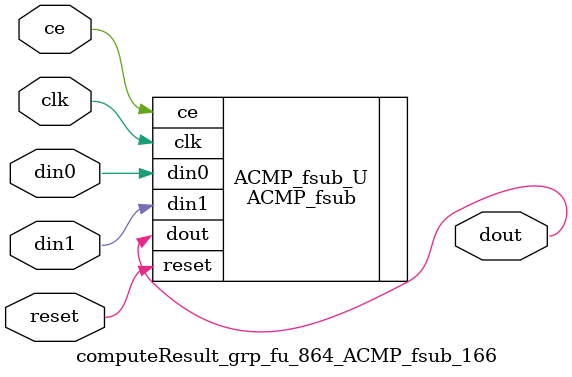
<source format=v>

`timescale 1 ns / 1 ps
module computeResult_grp_fu_864_ACMP_fsub_166(
    clk,
    reset,
    ce,
    din0,
    din1,
    dout);

parameter ID = 32'd1;
parameter NUM_STAGE = 32'd1;
parameter din0_WIDTH = 32'd1;
parameter din1_WIDTH = 32'd1;
parameter dout_WIDTH = 32'd1;
input clk;
input reset;
input ce;
input[din0_WIDTH - 1:0] din0;
input[din1_WIDTH - 1:0] din1;
output[dout_WIDTH - 1:0] dout;



ACMP_fsub #(
.ID( ID ),
.NUM_STAGE( 4 ),
.din0_WIDTH( din0_WIDTH ),
.din1_WIDTH( din1_WIDTH ),
.dout_WIDTH( dout_WIDTH ))
ACMP_fsub_U(
    .clk( clk ),
    .reset( reset ),
    .ce( ce ),
    .din0( din0 ),
    .din1( din1 ),
    .dout( dout ));

endmodule

</source>
